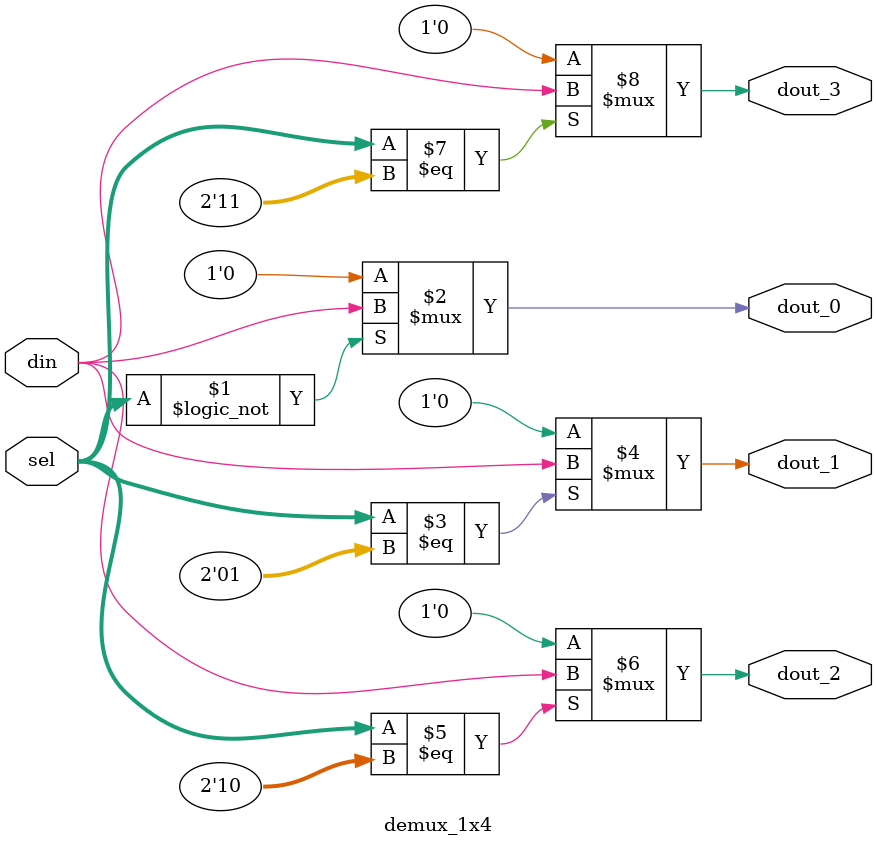
<source format=v>
module demux_1x4(
	input wire din, 
	input wire [1:0] sel,
	output wire dout_0, dout_1, dout_2, dout_3
);
	assign dout_0 = (sel == 2'b00) ? din : 1'b0;
	assign dout_1 = (sel == 2'b01) ? din : 1'b0;
	assign dout_2 = (sel == 2'b10) ? din : 1'b0;
	assign dout_3 = (sel == 2'b11) ? din : 1'b0;
endmodule
</source>
